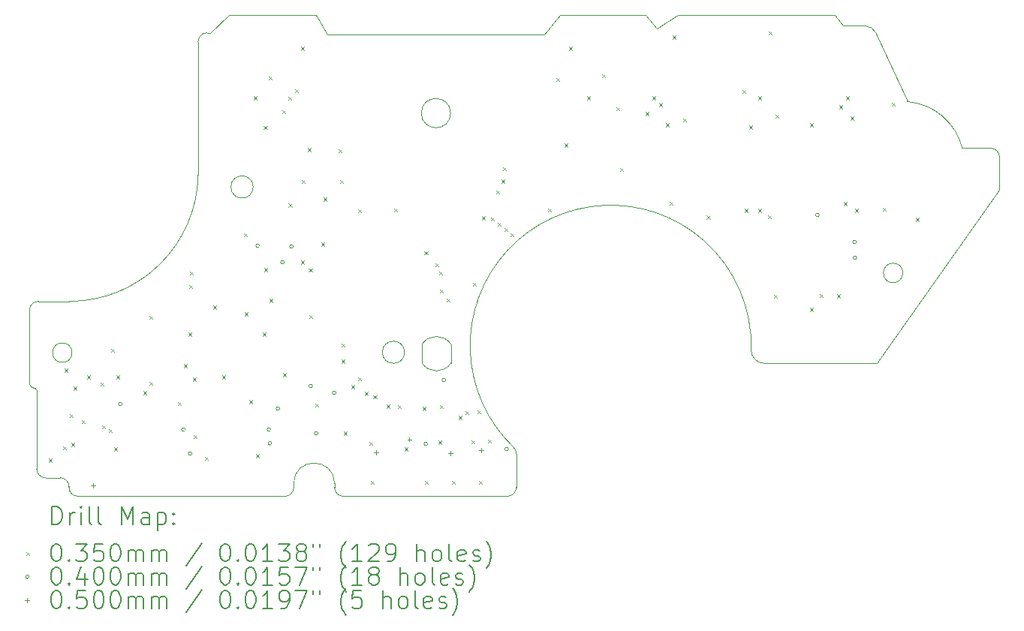
<source format=gbr>
%TF.GenerationSoftware,KiCad,Pcbnew,7.0.6*%
%TF.CreationDate,2023-12-22T13:42:31-08:00*%
%TF.ProjectId,procon_button_board,70726f63-6f6e-45f6-9275-74746f6e5f62,rev?*%
%TF.SameCoordinates,Original*%
%TF.FileFunction,Drillmap*%
%TF.FilePolarity,Positive*%
%FSLAX45Y45*%
G04 Gerber Fmt 4.5, Leading zero omitted, Abs format (unit mm)*
G04 Created by KiCad (PCBNEW 7.0.6) date 2023-12-22 13:42:31*
%MOMM*%
%LPD*%
G01*
G04 APERTURE LIST*
%ADD10C,0.100000*%
%ADD11C,0.200000*%
%ADD12C,0.035000*%
%ADD13C,0.040000*%
%ADD14C,0.050000*%
G04 APERTURE END LIST*
D10*
X12224800Y-13189600D02*
G75*
G03*
X12224800Y-13189600I-125000J0D01*
G01*
X14451800Y-12355600D02*
G75*
G03*
X14451800Y-12355600I-165000J0D01*
G01*
X15192802Y-16198106D02*
G75*
G03*
X15161922Y-16125842I-100003J-4D01*
G01*
X20642800Y-12851600D02*
G75*
G03*
X20542800Y-12751600I-100000J0D01*
G01*
X9882800Y-16469600D02*
X10047800Y-16469600D01*
X11604800Y-11549600D02*
X11604800Y-13049600D01*
X9702800Y-14579600D02*
X9702800Y-15415385D01*
X14457800Y-15174523D02*
X14457800Y-14966677D01*
X20222802Y-12751599D02*
G75*
G03*
X19604800Y-12226600I-672872J-165831D01*
G01*
X15192800Y-16579600D02*
X15192800Y-16198106D01*
X10147800Y-16569600D02*
G75*
G03*
X10047800Y-16469600I-100000J0D01*
G01*
X10182800Y-15058600D02*
G75*
G03*
X10182800Y-15058600I-110000J0D01*
G01*
X16654800Y-11249600D02*
X15689800Y-11249600D01*
X10147800Y-16579600D02*
G75*
G03*
X10247800Y-16679600I100000J0D01*
G01*
X17841810Y-15029600D02*
G75*
G03*
X17991813Y-15179600I150000J0D01*
G01*
X15092800Y-16679600D02*
G75*
G03*
X15192800Y-16579600I0J100000D01*
G01*
X9702805Y-15415385D02*
G75*
G03*
X9715514Y-15435957I22995J-5D01*
G01*
X15689800Y-11249600D02*
X15504800Y-11469600D01*
X9715514Y-15435957D02*
X9770086Y-15463243D01*
X12934800Y-11249600D02*
X11954800Y-11249600D01*
X11744800Y-11449600D02*
X11704800Y-11449600D01*
X10152800Y-14479600D02*
X9802800Y-14479600D01*
X13242800Y-16679600D02*
X15092800Y-16679600D01*
X14127800Y-15174523D02*
G75*
G03*
X14457800Y-15174523I165000J103923D01*
G01*
X12582800Y-16679600D02*
G75*
G03*
X12682800Y-16579600I0J100000D01*
G01*
X14127800Y-14966677D02*
X14127800Y-15174523D01*
X10247800Y-16679600D02*
X12582800Y-16679600D01*
X12682800Y-16579600D02*
X12682800Y-16534600D01*
X17841809Y-15029600D02*
G75*
G03*
X17310312Y-13795619I-1584269J49080D01*
G01*
X20542800Y-12751600D02*
X20222800Y-12751600D01*
X19552800Y-14159600D02*
G75*
G03*
X19552800Y-14159600I-110000J0D01*
G01*
X9802800Y-14479600D02*
G75*
G03*
X9702800Y-14579600I0J-100000D01*
G01*
X9782800Y-15483815D02*
X9782800Y-16369600D01*
X14457800Y-14966677D02*
G75*
G03*
X14127800Y-14966677I-165000J-103923D01*
G01*
X11954800Y-11249600D02*
X11744800Y-11449600D01*
X17310316Y-13795615D02*
G75*
G03*
X15161922Y-16125842I-1052806J-1184835D01*
G01*
X13142800Y-16534600D02*
G75*
G03*
X12682800Y-16534600I-230000J0D01*
G01*
X9782800Y-16369600D02*
G75*
G03*
X9882800Y-16469600I100000J0D01*
G01*
X9782795Y-15483815D02*
G75*
G03*
X9770086Y-15463243I-22995J5D01*
G01*
X17991813Y-15179600D02*
X19262800Y-15179600D01*
X19604800Y-12226600D02*
X19254787Y-11457470D01*
X19262800Y-15179600D02*
X20642800Y-13224600D01*
X15504800Y-11469600D02*
X13064800Y-11469600D01*
X20642800Y-13224600D02*
X20642800Y-12851600D01*
X19254788Y-11457470D02*
G75*
G03*
X19118260Y-11369600I-136528J-62130D01*
G01*
X10147800Y-16569600D02*
X10147800Y-16579600D01*
X13142800Y-16534600D02*
X13142800Y-16579600D01*
X19118260Y-11369600D02*
X18879800Y-11369600D01*
X18879800Y-11369600D02*
X18784800Y-11249600D01*
X13142800Y-16579600D02*
G75*
G03*
X13242800Y-16679600I100000J0D01*
G01*
X17019800Y-11249600D02*
X16779800Y-11399600D01*
X11704800Y-11449600D02*
G75*
G03*
X11604800Y-11549600I0J-100000D01*
G01*
X13932800Y-15054600D02*
G75*
G03*
X13932800Y-15054600I-125000J0D01*
G01*
X13064800Y-11469600D02*
X12934800Y-11249600D01*
X10152800Y-14479599D02*
G75*
G03*
X11604800Y-13049600I0J1452169D01*
G01*
X16779800Y-11399600D02*
X16654800Y-11249600D01*
X18784800Y-11249600D02*
X17019800Y-11249600D01*
D11*
D12*
X9920972Y-16256061D02*
X9955972Y-16291061D01*
X9955972Y-16256061D02*
X9920972Y-16291061D01*
X10077195Y-16119817D02*
X10112195Y-16154817D01*
X10112195Y-16119817D02*
X10077195Y-16154817D01*
X10098772Y-15240061D02*
X10133772Y-15275061D01*
X10133772Y-15240061D02*
X10098772Y-15275061D01*
X10157232Y-15751125D02*
X10192232Y-15786125D01*
X10192232Y-15751125D02*
X10157232Y-15786125D01*
X10174972Y-16078261D02*
X10209972Y-16113261D01*
X10209972Y-16078261D02*
X10174972Y-16113261D01*
X10200372Y-15443261D02*
X10235372Y-15478261D01*
X10235372Y-15443261D02*
X10200372Y-15478261D01*
X10290566Y-15817383D02*
X10325566Y-15852383D01*
X10325566Y-15817383D02*
X10290566Y-15852383D01*
X10352772Y-15316261D02*
X10387772Y-15351261D01*
X10387772Y-15316261D02*
X10352772Y-15351261D01*
X10502422Y-15397866D02*
X10537422Y-15432866D01*
X10537422Y-15397866D02*
X10502422Y-15432866D01*
X10518245Y-15880100D02*
X10553245Y-15915100D01*
X10553245Y-15880100D02*
X10518245Y-15915100D01*
X10598224Y-15920583D02*
X10633224Y-15955583D01*
X10633224Y-15920583D02*
X10598224Y-15955583D01*
X10625100Y-15019300D02*
X10660100Y-15054300D01*
X10660100Y-15019300D02*
X10625100Y-15054300D01*
X10657572Y-16129061D02*
X10692572Y-16164061D01*
X10692572Y-16129061D02*
X10657572Y-16164061D01*
X10682972Y-15316261D02*
X10717972Y-15351261D01*
X10717972Y-15316261D02*
X10682972Y-15351261D01*
X10987772Y-15494061D02*
X11022772Y-15529061D01*
X11022772Y-15494061D02*
X10987772Y-15529061D01*
X11053130Y-15389064D02*
X11088130Y-15424064D01*
X11088130Y-15389064D02*
X11053130Y-15424064D01*
X11055290Y-14642192D02*
X11090290Y-14677192D01*
X11090290Y-14642192D02*
X11055290Y-14677192D01*
X11374400Y-15616200D02*
X11409400Y-15651200D01*
X11409400Y-15616200D02*
X11374400Y-15651200D01*
X11444972Y-15189261D02*
X11479972Y-15224261D01*
X11479972Y-15189261D02*
X11444972Y-15224261D01*
X11495772Y-14833661D02*
X11530772Y-14868661D01*
X11530772Y-14833661D02*
X11495772Y-14868661D01*
X11501400Y-14295400D02*
X11536400Y-14330400D01*
X11536400Y-14295400D02*
X11501400Y-14330400D01*
X11514100Y-14143000D02*
X11549100Y-14178000D01*
X11549100Y-14143000D02*
X11514100Y-14178000D01*
X11546572Y-15341661D02*
X11581572Y-15376661D01*
X11581572Y-15341661D02*
X11546572Y-15376661D01*
X11556466Y-15992167D02*
X11591466Y-16027167D01*
X11591466Y-15992167D02*
X11556466Y-16027167D01*
X11677976Y-16238270D02*
X11712976Y-16273270D01*
X11712976Y-16238270D02*
X11677976Y-16273270D01*
X11775172Y-14528861D02*
X11810172Y-14563861D01*
X11810172Y-14528861D02*
X11775172Y-14563861D01*
X11876772Y-15316261D02*
X11911772Y-15351261D01*
X11911772Y-15316261D02*
X11876772Y-15351261D01*
X12120975Y-13710507D02*
X12155975Y-13745507D01*
X12155975Y-13710507D02*
X12120975Y-13745507D01*
X12130772Y-14605061D02*
X12165772Y-14640061D01*
X12165772Y-14605061D02*
X12130772Y-14640061D01*
X12181572Y-15595661D02*
X12216572Y-15630661D01*
X12216572Y-15595661D02*
X12181572Y-15630661D01*
X12232372Y-12166661D02*
X12267372Y-12201661D01*
X12267372Y-12166661D02*
X12232372Y-12201661D01*
X12257772Y-16205261D02*
X12292772Y-16240261D01*
X12292772Y-16205261D02*
X12257772Y-16240261D01*
X12333972Y-14833661D02*
X12368972Y-14868661D01*
X12368972Y-14833661D02*
X12333972Y-14868661D01*
X12345423Y-12497736D02*
X12380423Y-12532736D01*
X12380423Y-12497736D02*
X12345423Y-12532736D01*
X12346393Y-14105335D02*
X12381393Y-14140335D01*
X12381393Y-14105335D02*
X12346393Y-14140335D01*
X12397300Y-11946061D02*
X12432300Y-11981061D01*
X12432300Y-11946061D02*
X12397300Y-11981061D01*
X12410172Y-14452661D02*
X12445172Y-14487661D01*
X12445172Y-14452661D02*
X12410172Y-14487661D01*
X12555187Y-12322070D02*
X12590187Y-12357070D01*
X12590187Y-12322070D02*
X12555187Y-12357070D01*
X12562572Y-15290861D02*
X12597572Y-15325861D01*
X12597572Y-15290861D02*
X12562572Y-15325861D01*
X12622553Y-12174219D02*
X12657553Y-12209219D01*
X12657553Y-12174219D02*
X12622553Y-12209219D01*
X12625343Y-13378021D02*
X12660343Y-13413021D01*
X12660343Y-13378021D02*
X12625343Y-13413021D01*
X12696535Y-12087567D02*
X12731535Y-12122567D01*
X12731535Y-12087567D02*
X12696535Y-12122567D01*
X12765772Y-11607861D02*
X12800772Y-11642861D01*
X12800772Y-11607861D02*
X12765772Y-11642861D01*
X12765772Y-14020861D02*
X12800772Y-14055861D01*
X12800772Y-14020861D02*
X12765772Y-14055861D01*
X12773007Y-13109754D02*
X12808007Y-13144754D01*
X12808007Y-13109754D02*
X12773007Y-13144754D01*
X12841972Y-12750861D02*
X12876972Y-12785861D01*
X12876972Y-12750861D02*
X12841972Y-12785861D01*
X12853965Y-14109263D02*
X12888965Y-14144263D01*
X12888965Y-14109263D02*
X12853965Y-14144263D01*
X12856165Y-14634970D02*
X12891165Y-14669970D01*
X12891165Y-14634970D02*
X12856165Y-14669970D01*
X12925084Y-15635157D02*
X12960084Y-15670157D01*
X12960084Y-15635157D02*
X12925084Y-15670157D01*
X12994372Y-13817661D02*
X13029372Y-13852661D01*
X13029372Y-13817661D02*
X12994372Y-13852661D01*
X13019772Y-13309661D02*
X13054772Y-13344661D01*
X13054772Y-13309661D02*
X13019772Y-13344661D01*
X13185420Y-12763780D02*
X13220420Y-12798780D01*
X13220420Y-12763780D02*
X13185420Y-12798780D01*
X13205740Y-13109220D02*
X13240740Y-13144220D01*
X13240740Y-13109220D02*
X13205740Y-13144220D01*
X13222972Y-15138461D02*
X13257972Y-15173461D01*
X13257972Y-15138461D02*
X13222972Y-15173461D01*
X13224163Y-14957789D02*
X13259163Y-14992789D01*
X13259163Y-14957789D02*
X13224163Y-14992789D01*
X13248372Y-15951261D02*
X13283372Y-15986261D01*
X13283372Y-15951261D02*
X13248372Y-15986261D01*
X13329372Y-15426192D02*
X13364372Y-15461192D01*
X13364372Y-15426192D02*
X13329372Y-15461192D01*
X13406400Y-13444500D02*
X13441400Y-13479500D01*
X13441400Y-13444500D02*
X13406400Y-13479500D01*
X13410997Y-15338971D02*
X13445997Y-15373971D01*
X13445997Y-15338971D02*
X13410997Y-15373971D01*
X13485382Y-15502880D02*
X13520382Y-15537880D01*
X13520382Y-15502880D02*
X13485382Y-15537880D01*
X13532480Y-16068248D02*
X13567480Y-16103248D01*
X13567480Y-16068248D02*
X13532480Y-16103248D01*
X13553172Y-16503461D02*
X13588172Y-16538461D01*
X13588172Y-16503461D02*
X13553172Y-16538461D01*
X13582147Y-15544351D02*
X13617147Y-15579351D01*
X13617147Y-15544351D02*
X13582147Y-15579351D01*
X13730972Y-15646461D02*
X13765972Y-15681461D01*
X13765972Y-15646461D02*
X13730972Y-15681461D01*
X13812800Y-13431800D02*
X13847800Y-13466800D01*
X13847800Y-13431800D02*
X13812800Y-13466800D01*
X13859639Y-15649082D02*
X13894639Y-15684082D01*
X13894639Y-15649082D02*
X13859639Y-15684082D01*
X13934062Y-16129632D02*
X13969062Y-16164632D01*
X13969062Y-16129632D02*
X13934062Y-16164632D01*
X14137372Y-15671861D02*
X14172372Y-15706861D01*
X14172372Y-15671861D02*
X14137372Y-15706861D01*
X14157821Y-13917926D02*
X14192821Y-13952926D01*
X14192821Y-13917926D02*
X14157821Y-13952926D01*
X14162772Y-16503461D02*
X14197772Y-16538461D01*
X14197772Y-16503461D02*
X14162772Y-16538461D01*
X14283405Y-14054195D02*
X14318405Y-14089195D01*
X14318405Y-14054195D02*
X14283405Y-14089195D01*
X14315172Y-16052861D02*
X14350172Y-16087861D01*
X14350172Y-16052861D02*
X14315172Y-16087861D01*
X14325097Y-14141273D02*
X14360097Y-14176273D01*
X14360097Y-14141273D02*
X14325097Y-14176273D01*
X14331617Y-15652044D02*
X14366617Y-15687044D01*
X14366617Y-15652044D02*
X14331617Y-15687044D01*
X14333500Y-14346200D02*
X14368500Y-14381200D01*
X14368500Y-14346200D02*
X14333500Y-14381200D01*
X14409700Y-14447800D02*
X14444700Y-14482800D01*
X14444700Y-14447800D02*
X14409700Y-14482800D01*
X14467572Y-16503461D02*
X14502572Y-16538461D01*
X14502572Y-16503461D02*
X14467572Y-16538461D01*
X14543772Y-15773461D02*
X14578772Y-15808461D01*
X14578772Y-15773461D02*
X14543772Y-15808461D01*
X14619938Y-15719188D02*
X14654938Y-15754188D01*
X14654938Y-15719188D02*
X14619938Y-15754188D01*
X14689976Y-16052384D02*
X14724976Y-16087384D01*
X14724976Y-16052384D02*
X14689976Y-16087384D01*
X14701800Y-14270000D02*
X14736800Y-14305000D01*
X14736800Y-14270000D02*
X14701800Y-14305000D01*
X14756199Y-15711288D02*
X14791199Y-15746288D01*
X14791199Y-15711288D02*
X14756199Y-15746288D01*
X14772372Y-16503461D02*
X14807372Y-16538461D01*
X14807372Y-16503461D02*
X14772372Y-16538461D01*
X14805372Y-13521105D02*
X14840372Y-13556105D01*
X14840372Y-13521105D02*
X14805372Y-13556105D01*
X14874423Y-16043920D02*
X14909423Y-16078920D01*
X14909423Y-16043920D02*
X14874423Y-16078920D01*
X14908698Y-13530819D02*
X14943698Y-13565819D01*
X14943698Y-13530819D02*
X14908698Y-13565819D01*
X14968500Y-13228600D02*
X15003500Y-13263600D01*
X15003500Y-13228600D02*
X14968500Y-13263600D01*
X14985590Y-13595907D02*
X15020590Y-13630907D01*
X15020590Y-13595907D02*
X14985590Y-13630907D01*
X15026372Y-13106461D02*
X15061372Y-13141461D01*
X15061372Y-13106461D02*
X15026372Y-13141461D01*
X15039620Y-12966980D02*
X15074620Y-13001980D01*
X15074620Y-12966980D02*
X15039620Y-13001980D01*
X15058453Y-13653586D02*
X15093453Y-13688586D01*
X15093453Y-13653586D02*
X15058453Y-13688586D01*
X15125980Y-13713740D02*
X15160980Y-13748740D01*
X15160980Y-13713740D02*
X15125980Y-13748740D01*
X15551897Y-13431800D02*
X15586897Y-13466800D01*
X15586897Y-13431800D02*
X15551897Y-13466800D01*
X15641600Y-11958600D02*
X15676600Y-11993600D01*
X15676600Y-11958600D02*
X15641600Y-11993600D01*
X15737572Y-12700061D02*
X15772572Y-12735061D01*
X15772572Y-12700061D02*
X15737572Y-12735061D01*
X15788372Y-11607861D02*
X15823372Y-11642861D01*
X15823372Y-11607861D02*
X15788372Y-11642861D01*
X15991572Y-12166661D02*
X16026572Y-12201661D01*
X16026572Y-12166661D02*
X15991572Y-12201661D01*
X16159760Y-11917094D02*
X16194760Y-11952094D01*
X16194760Y-11917094D02*
X16159760Y-11952094D01*
X16321772Y-12288800D02*
X16356772Y-12323800D01*
X16356772Y-12288800D02*
X16321772Y-12323800D01*
X16365500Y-12974600D02*
X16400500Y-13009600D01*
X16400500Y-12974600D02*
X16365500Y-13009600D01*
X16651972Y-12344461D02*
X16686972Y-12379461D01*
X16686972Y-12344461D02*
X16651972Y-12379461D01*
X16728172Y-12166661D02*
X16763172Y-12201661D01*
X16763172Y-12166661D02*
X16728172Y-12201661D01*
X16804372Y-12242861D02*
X16839372Y-12277861D01*
X16839372Y-12242861D02*
X16804372Y-12277861D01*
X16880572Y-12471461D02*
X16915572Y-12506461D01*
X16915572Y-12471461D02*
X16880572Y-12506461D01*
X16924300Y-13355600D02*
X16959300Y-13390600D01*
X16959300Y-13355600D02*
X16924300Y-13390600D01*
X16956772Y-11480861D02*
X16991772Y-11515861D01*
X16991772Y-11480861D02*
X16956772Y-11515861D01*
X17074966Y-12419625D02*
X17109966Y-12454625D01*
X17109966Y-12419625D02*
X17074966Y-12454625D01*
X17340468Y-13512565D02*
X17375468Y-13547565D01*
X17375468Y-13512565D02*
X17340468Y-13547565D01*
X17745934Y-12093592D02*
X17780934Y-12128592D01*
X17780934Y-12093592D02*
X17745934Y-12128592D01*
X17769572Y-13436661D02*
X17804572Y-13471661D01*
X17804572Y-13436661D02*
X17769572Y-13471661D01*
X17820372Y-12496861D02*
X17855372Y-12531861D01*
X17855372Y-12496861D02*
X17820372Y-12531861D01*
X17921972Y-12166661D02*
X17956972Y-12201661D01*
X17956972Y-12166661D02*
X17921972Y-12201661D01*
X17921972Y-13436661D02*
X17956972Y-13471661D01*
X17956972Y-13436661D02*
X17921972Y-13471661D01*
X18029200Y-13508000D02*
X18064200Y-13543000D01*
X18064200Y-13508000D02*
X18029200Y-13543000D01*
X18041900Y-11437900D02*
X18076900Y-11472900D01*
X18076900Y-11437900D02*
X18041900Y-11472900D01*
X18102390Y-14407507D02*
X18137390Y-14442507D01*
X18137390Y-14407507D02*
X18102390Y-14442507D01*
X18115923Y-12371877D02*
X18150923Y-12406877D01*
X18150923Y-12371877D02*
X18115923Y-12406877D01*
X18506172Y-12471461D02*
X18541172Y-12506461D01*
X18541172Y-12471461D02*
X18506172Y-12506461D01*
X18506172Y-14554261D02*
X18541172Y-14589261D01*
X18541172Y-14554261D02*
X18506172Y-14589261D01*
X18613400Y-14397000D02*
X18648400Y-14432000D01*
X18648400Y-14397000D02*
X18613400Y-14432000D01*
X18810972Y-14401861D02*
X18845972Y-14436861D01*
X18845972Y-14401861D02*
X18810972Y-14436861D01*
X18836372Y-12268261D02*
X18871372Y-12303261D01*
X18871372Y-12268261D02*
X18836372Y-12303261D01*
X18887172Y-13360461D02*
X18922172Y-13395461D01*
X18922172Y-13360461D02*
X18887172Y-13395461D01*
X18912572Y-12166661D02*
X18947572Y-12201661D01*
X18947572Y-12166661D02*
X18912572Y-12201661D01*
X18963372Y-12395261D02*
X18998372Y-12430261D01*
X18998372Y-12395261D02*
X18963372Y-12430261D01*
X19014172Y-13436661D02*
X19049172Y-13471661D01*
X19049172Y-13436661D02*
X19014172Y-13471661D01*
X19325798Y-13421854D02*
X19360798Y-13456854D01*
X19360798Y-13421854D02*
X19325798Y-13456854D01*
X19426200Y-12238000D02*
X19461200Y-12273000D01*
X19461200Y-12238000D02*
X19426200Y-12273000D01*
X19699972Y-13538261D02*
X19734972Y-13573261D01*
X19734972Y-13538261D02*
X19699972Y-13573261D01*
D13*
X10745872Y-15638561D02*
G75*
G03*
X10745872Y-15638561I-20000J0D01*
G01*
X11457072Y-15925357D02*
G75*
G03*
X11457072Y-15925357I-20000J0D01*
G01*
X11533272Y-16197361D02*
G75*
G03*
X11533272Y-16197361I-20000J0D01*
G01*
X12295558Y-13850328D02*
G75*
G03*
X12295558Y-13850328I-20000J0D01*
G01*
X12422272Y-15925357D02*
G75*
G03*
X12422272Y-15925357I-20000J0D01*
G01*
X12432553Y-16081225D02*
G75*
G03*
X12432553Y-16081225I-20000J0D01*
G01*
X12523872Y-15689361D02*
G75*
G03*
X12523872Y-15689361I-20000J0D01*
G01*
X12574672Y-14038361D02*
G75*
G03*
X12574672Y-14038361I-20000J0D01*
G01*
X12676272Y-13860561D02*
G75*
G03*
X12676272Y-13860561I-20000J0D01*
G01*
X12892790Y-15435361D02*
G75*
G03*
X12892790Y-15435361I-20000J0D01*
G01*
X12955672Y-15968761D02*
G75*
G03*
X12955672Y-15968761I-20000J0D01*
G01*
X13158872Y-15511561D02*
G75*
G03*
X13158872Y-15511561I-20000J0D01*
G01*
X14191092Y-16088761D02*
G75*
G03*
X14191092Y-16088761I-20000J0D01*
G01*
X14396400Y-15367000D02*
G75*
G03*
X14396400Y-15367000I-20000J0D01*
G01*
X15104209Y-16146469D02*
G75*
G03*
X15104209Y-16146469I-20000J0D01*
G01*
X18609494Y-13505176D02*
G75*
G03*
X18609494Y-13505176I-20000J0D01*
G01*
X19026272Y-13809761D02*
G75*
G03*
X19026272Y-13809761I-20000J0D01*
G01*
X19032568Y-13988155D02*
G75*
G03*
X19032568Y-13988155I-20000J0D01*
G01*
D14*
X10422722Y-16530253D02*
X10422722Y-16580253D01*
X10397722Y-16555253D02*
X10447722Y-16555253D01*
X13614322Y-16158370D02*
X13614322Y-16208370D01*
X13589322Y-16183370D02*
X13639322Y-16183370D01*
X13988540Y-16011937D02*
X13988540Y-16061937D01*
X13963540Y-16036937D02*
X14013540Y-16036937D01*
X14450016Y-16169591D02*
X14450016Y-16219591D01*
X14425016Y-16194591D02*
X14475016Y-16194591D01*
X14798738Y-16134781D02*
X14798738Y-16184781D01*
X14773738Y-16159781D02*
X14823738Y-16159781D01*
D11*
X9958577Y-16996084D02*
X9958577Y-16796084D01*
X9958577Y-16796084D02*
X10006196Y-16796084D01*
X10006196Y-16796084D02*
X10034767Y-16805608D01*
X10034767Y-16805608D02*
X10053815Y-16824655D01*
X10053815Y-16824655D02*
X10063339Y-16843703D01*
X10063339Y-16843703D02*
X10072863Y-16881798D01*
X10072863Y-16881798D02*
X10072863Y-16910370D01*
X10072863Y-16910370D02*
X10063339Y-16948465D01*
X10063339Y-16948465D02*
X10053815Y-16967512D01*
X10053815Y-16967512D02*
X10034767Y-16986560D01*
X10034767Y-16986560D02*
X10006196Y-16996084D01*
X10006196Y-16996084D02*
X9958577Y-16996084D01*
X10158577Y-16996084D02*
X10158577Y-16862750D01*
X10158577Y-16900846D02*
X10168101Y-16881798D01*
X10168101Y-16881798D02*
X10177624Y-16872274D01*
X10177624Y-16872274D02*
X10196672Y-16862750D01*
X10196672Y-16862750D02*
X10215720Y-16862750D01*
X10282386Y-16996084D02*
X10282386Y-16862750D01*
X10282386Y-16796084D02*
X10272863Y-16805608D01*
X10272863Y-16805608D02*
X10282386Y-16815131D01*
X10282386Y-16815131D02*
X10291910Y-16805608D01*
X10291910Y-16805608D02*
X10282386Y-16796084D01*
X10282386Y-16796084D02*
X10282386Y-16815131D01*
X10406196Y-16996084D02*
X10387148Y-16986560D01*
X10387148Y-16986560D02*
X10377624Y-16967512D01*
X10377624Y-16967512D02*
X10377624Y-16796084D01*
X10510958Y-16996084D02*
X10491910Y-16986560D01*
X10491910Y-16986560D02*
X10482386Y-16967512D01*
X10482386Y-16967512D02*
X10482386Y-16796084D01*
X10739529Y-16996084D02*
X10739529Y-16796084D01*
X10739529Y-16796084D02*
X10806196Y-16938941D01*
X10806196Y-16938941D02*
X10872863Y-16796084D01*
X10872863Y-16796084D02*
X10872863Y-16996084D01*
X11053815Y-16996084D02*
X11053815Y-16891322D01*
X11053815Y-16891322D02*
X11044291Y-16872274D01*
X11044291Y-16872274D02*
X11025244Y-16862750D01*
X11025244Y-16862750D02*
X10987148Y-16862750D01*
X10987148Y-16862750D02*
X10968101Y-16872274D01*
X11053815Y-16986560D02*
X11034767Y-16996084D01*
X11034767Y-16996084D02*
X10987148Y-16996084D01*
X10987148Y-16996084D02*
X10968101Y-16986560D01*
X10968101Y-16986560D02*
X10958577Y-16967512D01*
X10958577Y-16967512D02*
X10958577Y-16948465D01*
X10958577Y-16948465D02*
X10968101Y-16929417D01*
X10968101Y-16929417D02*
X10987148Y-16919893D01*
X10987148Y-16919893D02*
X11034767Y-16919893D01*
X11034767Y-16919893D02*
X11053815Y-16910370D01*
X11149053Y-16862750D02*
X11149053Y-17062750D01*
X11149053Y-16872274D02*
X11168101Y-16862750D01*
X11168101Y-16862750D02*
X11206196Y-16862750D01*
X11206196Y-16862750D02*
X11225243Y-16872274D01*
X11225243Y-16872274D02*
X11234767Y-16881798D01*
X11234767Y-16881798D02*
X11244291Y-16900846D01*
X11244291Y-16900846D02*
X11244291Y-16957989D01*
X11244291Y-16957989D02*
X11234767Y-16977036D01*
X11234767Y-16977036D02*
X11225243Y-16986560D01*
X11225243Y-16986560D02*
X11206196Y-16996084D01*
X11206196Y-16996084D02*
X11168101Y-16996084D01*
X11168101Y-16996084D02*
X11149053Y-16986560D01*
X11330005Y-16977036D02*
X11339529Y-16986560D01*
X11339529Y-16986560D02*
X11330005Y-16996084D01*
X11330005Y-16996084D02*
X11320482Y-16986560D01*
X11320482Y-16986560D02*
X11330005Y-16977036D01*
X11330005Y-16977036D02*
X11330005Y-16996084D01*
X11330005Y-16872274D02*
X11339529Y-16881798D01*
X11339529Y-16881798D02*
X11330005Y-16891322D01*
X11330005Y-16891322D02*
X11320482Y-16881798D01*
X11320482Y-16881798D02*
X11330005Y-16872274D01*
X11330005Y-16872274D02*
X11330005Y-16891322D01*
D12*
X9662800Y-17307100D02*
X9697800Y-17342100D01*
X9697800Y-17307100D02*
X9662800Y-17342100D01*
D11*
X9996672Y-17216084D02*
X10015720Y-17216084D01*
X10015720Y-17216084D02*
X10034767Y-17225608D01*
X10034767Y-17225608D02*
X10044291Y-17235131D01*
X10044291Y-17235131D02*
X10053815Y-17254179D01*
X10053815Y-17254179D02*
X10063339Y-17292274D01*
X10063339Y-17292274D02*
X10063339Y-17339893D01*
X10063339Y-17339893D02*
X10053815Y-17377989D01*
X10053815Y-17377989D02*
X10044291Y-17397036D01*
X10044291Y-17397036D02*
X10034767Y-17406560D01*
X10034767Y-17406560D02*
X10015720Y-17416084D01*
X10015720Y-17416084D02*
X9996672Y-17416084D01*
X9996672Y-17416084D02*
X9977624Y-17406560D01*
X9977624Y-17406560D02*
X9968101Y-17397036D01*
X9968101Y-17397036D02*
X9958577Y-17377989D01*
X9958577Y-17377989D02*
X9949053Y-17339893D01*
X9949053Y-17339893D02*
X9949053Y-17292274D01*
X9949053Y-17292274D02*
X9958577Y-17254179D01*
X9958577Y-17254179D02*
X9968101Y-17235131D01*
X9968101Y-17235131D02*
X9977624Y-17225608D01*
X9977624Y-17225608D02*
X9996672Y-17216084D01*
X10149053Y-17397036D02*
X10158577Y-17406560D01*
X10158577Y-17406560D02*
X10149053Y-17416084D01*
X10149053Y-17416084D02*
X10139529Y-17406560D01*
X10139529Y-17406560D02*
X10149053Y-17397036D01*
X10149053Y-17397036D02*
X10149053Y-17416084D01*
X10225244Y-17216084D02*
X10349053Y-17216084D01*
X10349053Y-17216084D02*
X10282386Y-17292274D01*
X10282386Y-17292274D02*
X10310958Y-17292274D01*
X10310958Y-17292274D02*
X10330005Y-17301798D01*
X10330005Y-17301798D02*
X10339529Y-17311322D01*
X10339529Y-17311322D02*
X10349053Y-17330370D01*
X10349053Y-17330370D02*
X10349053Y-17377989D01*
X10349053Y-17377989D02*
X10339529Y-17397036D01*
X10339529Y-17397036D02*
X10330005Y-17406560D01*
X10330005Y-17406560D02*
X10310958Y-17416084D01*
X10310958Y-17416084D02*
X10253815Y-17416084D01*
X10253815Y-17416084D02*
X10234767Y-17406560D01*
X10234767Y-17406560D02*
X10225244Y-17397036D01*
X10530005Y-17216084D02*
X10434767Y-17216084D01*
X10434767Y-17216084D02*
X10425244Y-17311322D01*
X10425244Y-17311322D02*
X10434767Y-17301798D01*
X10434767Y-17301798D02*
X10453815Y-17292274D01*
X10453815Y-17292274D02*
X10501434Y-17292274D01*
X10501434Y-17292274D02*
X10520482Y-17301798D01*
X10520482Y-17301798D02*
X10530005Y-17311322D01*
X10530005Y-17311322D02*
X10539529Y-17330370D01*
X10539529Y-17330370D02*
X10539529Y-17377989D01*
X10539529Y-17377989D02*
X10530005Y-17397036D01*
X10530005Y-17397036D02*
X10520482Y-17406560D01*
X10520482Y-17406560D02*
X10501434Y-17416084D01*
X10501434Y-17416084D02*
X10453815Y-17416084D01*
X10453815Y-17416084D02*
X10434767Y-17406560D01*
X10434767Y-17406560D02*
X10425244Y-17397036D01*
X10663339Y-17216084D02*
X10682386Y-17216084D01*
X10682386Y-17216084D02*
X10701434Y-17225608D01*
X10701434Y-17225608D02*
X10710958Y-17235131D01*
X10710958Y-17235131D02*
X10720482Y-17254179D01*
X10720482Y-17254179D02*
X10730005Y-17292274D01*
X10730005Y-17292274D02*
X10730005Y-17339893D01*
X10730005Y-17339893D02*
X10720482Y-17377989D01*
X10720482Y-17377989D02*
X10710958Y-17397036D01*
X10710958Y-17397036D02*
X10701434Y-17406560D01*
X10701434Y-17406560D02*
X10682386Y-17416084D01*
X10682386Y-17416084D02*
X10663339Y-17416084D01*
X10663339Y-17416084D02*
X10644291Y-17406560D01*
X10644291Y-17406560D02*
X10634767Y-17397036D01*
X10634767Y-17397036D02*
X10625244Y-17377989D01*
X10625244Y-17377989D02*
X10615720Y-17339893D01*
X10615720Y-17339893D02*
X10615720Y-17292274D01*
X10615720Y-17292274D02*
X10625244Y-17254179D01*
X10625244Y-17254179D02*
X10634767Y-17235131D01*
X10634767Y-17235131D02*
X10644291Y-17225608D01*
X10644291Y-17225608D02*
X10663339Y-17216084D01*
X10815720Y-17416084D02*
X10815720Y-17282750D01*
X10815720Y-17301798D02*
X10825244Y-17292274D01*
X10825244Y-17292274D02*
X10844291Y-17282750D01*
X10844291Y-17282750D02*
X10872863Y-17282750D01*
X10872863Y-17282750D02*
X10891910Y-17292274D01*
X10891910Y-17292274D02*
X10901434Y-17311322D01*
X10901434Y-17311322D02*
X10901434Y-17416084D01*
X10901434Y-17311322D02*
X10910958Y-17292274D01*
X10910958Y-17292274D02*
X10930005Y-17282750D01*
X10930005Y-17282750D02*
X10958577Y-17282750D01*
X10958577Y-17282750D02*
X10977625Y-17292274D01*
X10977625Y-17292274D02*
X10987148Y-17311322D01*
X10987148Y-17311322D02*
X10987148Y-17416084D01*
X11082386Y-17416084D02*
X11082386Y-17282750D01*
X11082386Y-17301798D02*
X11091910Y-17292274D01*
X11091910Y-17292274D02*
X11110958Y-17282750D01*
X11110958Y-17282750D02*
X11139529Y-17282750D01*
X11139529Y-17282750D02*
X11158577Y-17292274D01*
X11158577Y-17292274D02*
X11168101Y-17311322D01*
X11168101Y-17311322D02*
X11168101Y-17416084D01*
X11168101Y-17311322D02*
X11177625Y-17292274D01*
X11177625Y-17292274D02*
X11196672Y-17282750D01*
X11196672Y-17282750D02*
X11225243Y-17282750D01*
X11225243Y-17282750D02*
X11244291Y-17292274D01*
X11244291Y-17292274D02*
X11253815Y-17311322D01*
X11253815Y-17311322D02*
X11253815Y-17416084D01*
X11644291Y-17206560D02*
X11472863Y-17463703D01*
X11901434Y-17216084D02*
X11920482Y-17216084D01*
X11920482Y-17216084D02*
X11939529Y-17225608D01*
X11939529Y-17225608D02*
X11949053Y-17235131D01*
X11949053Y-17235131D02*
X11958577Y-17254179D01*
X11958577Y-17254179D02*
X11968101Y-17292274D01*
X11968101Y-17292274D02*
X11968101Y-17339893D01*
X11968101Y-17339893D02*
X11958577Y-17377989D01*
X11958577Y-17377989D02*
X11949053Y-17397036D01*
X11949053Y-17397036D02*
X11939529Y-17406560D01*
X11939529Y-17406560D02*
X11920482Y-17416084D01*
X11920482Y-17416084D02*
X11901434Y-17416084D01*
X11901434Y-17416084D02*
X11882386Y-17406560D01*
X11882386Y-17406560D02*
X11872863Y-17397036D01*
X11872863Y-17397036D02*
X11863339Y-17377989D01*
X11863339Y-17377989D02*
X11853815Y-17339893D01*
X11853815Y-17339893D02*
X11853815Y-17292274D01*
X11853815Y-17292274D02*
X11863339Y-17254179D01*
X11863339Y-17254179D02*
X11872863Y-17235131D01*
X11872863Y-17235131D02*
X11882386Y-17225608D01*
X11882386Y-17225608D02*
X11901434Y-17216084D01*
X12053815Y-17397036D02*
X12063339Y-17406560D01*
X12063339Y-17406560D02*
X12053815Y-17416084D01*
X12053815Y-17416084D02*
X12044291Y-17406560D01*
X12044291Y-17406560D02*
X12053815Y-17397036D01*
X12053815Y-17397036D02*
X12053815Y-17416084D01*
X12187148Y-17216084D02*
X12206196Y-17216084D01*
X12206196Y-17216084D02*
X12225244Y-17225608D01*
X12225244Y-17225608D02*
X12234767Y-17235131D01*
X12234767Y-17235131D02*
X12244291Y-17254179D01*
X12244291Y-17254179D02*
X12253815Y-17292274D01*
X12253815Y-17292274D02*
X12253815Y-17339893D01*
X12253815Y-17339893D02*
X12244291Y-17377989D01*
X12244291Y-17377989D02*
X12234767Y-17397036D01*
X12234767Y-17397036D02*
X12225244Y-17406560D01*
X12225244Y-17406560D02*
X12206196Y-17416084D01*
X12206196Y-17416084D02*
X12187148Y-17416084D01*
X12187148Y-17416084D02*
X12168101Y-17406560D01*
X12168101Y-17406560D02*
X12158577Y-17397036D01*
X12158577Y-17397036D02*
X12149053Y-17377989D01*
X12149053Y-17377989D02*
X12139529Y-17339893D01*
X12139529Y-17339893D02*
X12139529Y-17292274D01*
X12139529Y-17292274D02*
X12149053Y-17254179D01*
X12149053Y-17254179D02*
X12158577Y-17235131D01*
X12158577Y-17235131D02*
X12168101Y-17225608D01*
X12168101Y-17225608D02*
X12187148Y-17216084D01*
X12444291Y-17416084D02*
X12330006Y-17416084D01*
X12387148Y-17416084D02*
X12387148Y-17216084D01*
X12387148Y-17216084D02*
X12368101Y-17244655D01*
X12368101Y-17244655D02*
X12349053Y-17263703D01*
X12349053Y-17263703D02*
X12330006Y-17273227D01*
X12510958Y-17216084D02*
X12634767Y-17216084D01*
X12634767Y-17216084D02*
X12568101Y-17292274D01*
X12568101Y-17292274D02*
X12596672Y-17292274D01*
X12596672Y-17292274D02*
X12615720Y-17301798D01*
X12615720Y-17301798D02*
X12625244Y-17311322D01*
X12625244Y-17311322D02*
X12634767Y-17330370D01*
X12634767Y-17330370D02*
X12634767Y-17377989D01*
X12634767Y-17377989D02*
X12625244Y-17397036D01*
X12625244Y-17397036D02*
X12615720Y-17406560D01*
X12615720Y-17406560D02*
X12596672Y-17416084D01*
X12596672Y-17416084D02*
X12539529Y-17416084D01*
X12539529Y-17416084D02*
X12520482Y-17406560D01*
X12520482Y-17406560D02*
X12510958Y-17397036D01*
X12749053Y-17301798D02*
X12730006Y-17292274D01*
X12730006Y-17292274D02*
X12720482Y-17282750D01*
X12720482Y-17282750D02*
X12710958Y-17263703D01*
X12710958Y-17263703D02*
X12710958Y-17254179D01*
X12710958Y-17254179D02*
X12720482Y-17235131D01*
X12720482Y-17235131D02*
X12730006Y-17225608D01*
X12730006Y-17225608D02*
X12749053Y-17216084D01*
X12749053Y-17216084D02*
X12787148Y-17216084D01*
X12787148Y-17216084D02*
X12806196Y-17225608D01*
X12806196Y-17225608D02*
X12815720Y-17235131D01*
X12815720Y-17235131D02*
X12825244Y-17254179D01*
X12825244Y-17254179D02*
X12825244Y-17263703D01*
X12825244Y-17263703D02*
X12815720Y-17282750D01*
X12815720Y-17282750D02*
X12806196Y-17292274D01*
X12806196Y-17292274D02*
X12787148Y-17301798D01*
X12787148Y-17301798D02*
X12749053Y-17301798D01*
X12749053Y-17301798D02*
X12730006Y-17311322D01*
X12730006Y-17311322D02*
X12720482Y-17320846D01*
X12720482Y-17320846D02*
X12710958Y-17339893D01*
X12710958Y-17339893D02*
X12710958Y-17377989D01*
X12710958Y-17377989D02*
X12720482Y-17397036D01*
X12720482Y-17397036D02*
X12730006Y-17406560D01*
X12730006Y-17406560D02*
X12749053Y-17416084D01*
X12749053Y-17416084D02*
X12787148Y-17416084D01*
X12787148Y-17416084D02*
X12806196Y-17406560D01*
X12806196Y-17406560D02*
X12815720Y-17397036D01*
X12815720Y-17397036D02*
X12825244Y-17377989D01*
X12825244Y-17377989D02*
X12825244Y-17339893D01*
X12825244Y-17339893D02*
X12815720Y-17320846D01*
X12815720Y-17320846D02*
X12806196Y-17311322D01*
X12806196Y-17311322D02*
X12787148Y-17301798D01*
X12901434Y-17216084D02*
X12901434Y-17254179D01*
X12977625Y-17216084D02*
X12977625Y-17254179D01*
X13272863Y-17492274D02*
X13263339Y-17482750D01*
X13263339Y-17482750D02*
X13244291Y-17454179D01*
X13244291Y-17454179D02*
X13234768Y-17435131D01*
X13234768Y-17435131D02*
X13225244Y-17406560D01*
X13225244Y-17406560D02*
X13215720Y-17358941D01*
X13215720Y-17358941D02*
X13215720Y-17320846D01*
X13215720Y-17320846D02*
X13225244Y-17273227D01*
X13225244Y-17273227D02*
X13234768Y-17244655D01*
X13234768Y-17244655D02*
X13244291Y-17225608D01*
X13244291Y-17225608D02*
X13263339Y-17197036D01*
X13263339Y-17197036D02*
X13272863Y-17187512D01*
X13453815Y-17416084D02*
X13339529Y-17416084D01*
X13396672Y-17416084D02*
X13396672Y-17216084D01*
X13396672Y-17216084D02*
X13377625Y-17244655D01*
X13377625Y-17244655D02*
X13358577Y-17263703D01*
X13358577Y-17263703D02*
X13339529Y-17273227D01*
X13530006Y-17235131D02*
X13539529Y-17225608D01*
X13539529Y-17225608D02*
X13558577Y-17216084D01*
X13558577Y-17216084D02*
X13606196Y-17216084D01*
X13606196Y-17216084D02*
X13625244Y-17225608D01*
X13625244Y-17225608D02*
X13634768Y-17235131D01*
X13634768Y-17235131D02*
X13644291Y-17254179D01*
X13644291Y-17254179D02*
X13644291Y-17273227D01*
X13644291Y-17273227D02*
X13634768Y-17301798D01*
X13634768Y-17301798D02*
X13520482Y-17416084D01*
X13520482Y-17416084D02*
X13644291Y-17416084D01*
X13739529Y-17416084D02*
X13777625Y-17416084D01*
X13777625Y-17416084D02*
X13796672Y-17406560D01*
X13796672Y-17406560D02*
X13806196Y-17397036D01*
X13806196Y-17397036D02*
X13825244Y-17368465D01*
X13825244Y-17368465D02*
X13834768Y-17330370D01*
X13834768Y-17330370D02*
X13834768Y-17254179D01*
X13834768Y-17254179D02*
X13825244Y-17235131D01*
X13825244Y-17235131D02*
X13815720Y-17225608D01*
X13815720Y-17225608D02*
X13796672Y-17216084D01*
X13796672Y-17216084D02*
X13758577Y-17216084D01*
X13758577Y-17216084D02*
X13739529Y-17225608D01*
X13739529Y-17225608D02*
X13730006Y-17235131D01*
X13730006Y-17235131D02*
X13720482Y-17254179D01*
X13720482Y-17254179D02*
X13720482Y-17301798D01*
X13720482Y-17301798D02*
X13730006Y-17320846D01*
X13730006Y-17320846D02*
X13739529Y-17330370D01*
X13739529Y-17330370D02*
X13758577Y-17339893D01*
X13758577Y-17339893D02*
X13796672Y-17339893D01*
X13796672Y-17339893D02*
X13815720Y-17330370D01*
X13815720Y-17330370D02*
X13825244Y-17320846D01*
X13825244Y-17320846D02*
X13834768Y-17301798D01*
X14072863Y-17416084D02*
X14072863Y-17216084D01*
X14158577Y-17416084D02*
X14158577Y-17311322D01*
X14158577Y-17311322D02*
X14149053Y-17292274D01*
X14149053Y-17292274D02*
X14130006Y-17282750D01*
X14130006Y-17282750D02*
X14101434Y-17282750D01*
X14101434Y-17282750D02*
X14082387Y-17292274D01*
X14082387Y-17292274D02*
X14072863Y-17301798D01*
X14282387Y-17416084D02*
X14263339Y-17406560D01*
X14263339Y-17406560D02*
X14253815Y-17397036D01*
X14253815Y-17397036D02*
X14244291Y-17377989D01*
X14244291Y-17377989D02*
X14244291Y-17320846D01*
X14244291Y-17320846D02*
X14253815Y-17301798D01*
X14253815Y-17301798D02*
X14263339Y-17292274D01*
X14263339Y-17292274D02*
X14282387Y-17282750D01*
X14282387Y-17282750D02*
X14310958Y-17282750D01*
X14310958Y-17282750D02*
X14330006Y-17292274D01*
X14330006Y-17292274D02*
X14339530Y-17301798D01*
X14339530Y-17301798D02*
X14349053Y-17320846D01*
X14349053Y-17320846D02*
X14349053Y-17377989D01*
X14349053Y-17377989D02*
X14339530Y-17397036D01*
X14339530Y-17397036D02*
X14330006Y-17406560D01*
X14330006Y-17406560D02*
X14310958Y-17416084D01*
X14310958Y-17416084D02*
X14282387Y-17416084D01*
X14463339Y-17416084D02*
X14444291Y-17406560D01*
X14444291Y-17406560D02*
X14434768Y-17387512D01*
X14434768Y-17387512D02*
X14434768Y-17216084D01*
X14615720Y-17406560D02*
X14596672Y-17416084D01*
X14596672Y-17416084D02*
X14558577Y-17416084D01*
X14558577Y-17416084D02*
X14539530Y-17406560D01*
X14539530Y-17406560D02*
X14530006Y-17387512D01*
X14530006Y-17387512D02*
X14530006Y-17311322D01*
X14530006Y-17311322D02*
X14539530Y-17292274D01*
X14539530Y-17292274D02*
X14558577Y-17282750D01*
X14558577Y-17282750D02*
X14596672Y-17282750D01*
X14596672Y-17282750D02*
X14615720Y-17292274D01*
X14615720Y-17292274D02*
X14625244Y-17311322D01*
X14625244Y-17311322D02*
X14625244Y-17330370D01*
X14625244Y-17330370D02*
X14530006Y-17349417D01*
X14701434Y-17406560D02*
X14720482Y-17416084D01*
X14720482Y-17416084D02*
X14758577Y-17416084D01*
X14758577Y-17416084D02*
X14777625Y-17406560D01*
X14777625Y-17406560D02*
X14787149Y-17387512D01*
X14787149Y-17387512D02*
X14787149Y-17377989D01*
X14787149Y-17377989D02*
X14777625Y-17358941D01*
X14777625Y-17358941D02*
X14758577Y-17349417D01*
X14758577Y-17349417D02*
X14730006Y-17349417D01*
X14730006Y-17349417D02*
X14710958Y-17339893D01*
X14710958Y-17339893D02*
X14701434Y-17320846D01*
X14701434Y-17320846D02*
X14701434Y-17311322D01*
X14701434Y-17311322D02*
X14710958Y-17292274D01*
X14710958Y-17292274D02*
X14730006Y-17282750D01*
X14730006Y-17282750D02*
X14758577Y-17282750D01*
X14758577Y-17282750D02*
X14777625Y-17292274D01*
X14853815Y-17492274D02*
X14863339Y-17482750D01*
X14863339Y-17482750D02*
X14882387Y-17454179D01*
X14882387Y-17454179D02*
X14891911Y-17435131D01*
X14891911Y-17435131D02*
X14901434Y-17406560D01*
X14901434Y-17406560D02*
X14910958Y-17358941D01*
X14910958Y-17358941D02*
X14910958Y-17320846D01*
X14910958Y-17320846D02*
X14901434Y-17273227D01*
X14901434Y-17273227D02*
X14891911Y-17244655D01*
X14891911Y-17244655D02*
X14882387Y-17225608D01*
X14882387Y-17225608D02*
X14863339Y-17197036D01*
X14863339Y-17197036D02*
X14853815Y-17187512D01*
D13*
X9697800Y-17588600D02*
G75*
G03*
X9697800Y-17588600I-20000J0D01*
G01*
D11*
X9996672Y-17480084D02*
X10015720Y-17480084D01*
X10015720Y-17480084D02*
X10034767Y-17489608D01*
X10034767Y-17489608D02*
X10044291Y-17499131D01*
X10044291Y-17499131D02*
X10053815Y-17518179D01*
X10053815Y-17518179D02*
X10063339Y-17556274D01*
X10063339Y-17556274D02*
X10063339Y-17603893D01*
X10063339Y-17603893D02*
X10053815Y-17641989D01*
X10053815Y-17641989D02*
X10044291Y-17661036D01*
X10044291Y-17661036D02*
X10034767Y-17670560D01*
X10034767Y-17670560D02*
X10015720Y-17680084D01*
X10015720Y-17680084D02*
X9996672Y-17680084D01*
X9996672Y-17680084D02*
X9977624Y-17670560D01*
X9977624Y-17670560D02*
X9968101Y-17661036D01*
X9968101Y-17661036D02*
X9958577Y-17641989D01*
X9958577Y-17641989D02*
X9949053Y-17603893D01*
X9949053Y-17603893D02*
X9949053Y-17556274D01*
X9949053Y-17556274D02*
X9958577Y-17518179D01*
X9958577Y-17518179D02*
X9968101Y-17499131D01*
X9968101Y-17499131D02*
X9977624Y-17489608D01*
X9977624Y-17489608D02*
X9996672Y-17480084D01*
X10149053Y-17661036D02*
X10158577Y-17670560D01*
X10158577Y-17670560D02*
X10149053Y-17680084D01*
X10149053Y-17680084D02*
X10139529Y-17670560D01*
X10139529Y-17670560D02*
X10149053Y-17661036D01*
X10149053Y-17661036D02*
X10149053Y-17680084D01*
X10330005Y-17546750D02*
X10330005Y-17680084D01*
X10282386Y-17470560D02*
X10234767Y-17613417D01*
X10234767Y-17613417D02*
X10358577Y-17613417D01*
X10472863Y-17480084D02*
X10491910Y-17480084D01*
X10491910Y-17480084D02*
X10510958Y-17489608D01*
X10510958Y-17489608D02*
X10520482Y-17499131D01*
X10520482Y-17499131D02*
X10530005Y-17518179D01*
X10530005Y-17518179D02*
X10539529Y-17556274D01*
X10539529Y-17556274D02*
X10539529Y-17603893D01*
X10539529Y-17603893D02*
X10530005Y-17641989D01*
X10530005Y-17641989D02*
X10520482Y-17661036D01*
X10520482Y-17661036D02*
X10510958Y-17670560D01*
X10510958Y-17670560D02*
X10491910Y-17680084D01*
X10491910Y-17680084D02*
X10472863Y-17680084D01*
X10472863Y-17680084D02*
X10453815Y-17670560D01*
X10453815Y-17670560D02*
X10444291Y-17661036D01*
X10444291Y-17661036D02*
X10434767Y-17641989D01*
X10434767Y-17641989D02*
X10425244Y-17603893D01*
X10425244Y-17603893D02*
X10425244Y-17556274D01*
X10425244Y-17556274D02*
X10434767Y-17518179D01*
X10434767Y-17518179D02*
X10444291Y-17499131D01*
X10444291Y-17499131D02*
X10453815Y-17489608D01*
X10453815Y-17489608D02*
X10472863Y-17480084D01*
X10663339Y-17480084D02*
X10682386Y-17480084D01*
X10682386Y-17480084D02*
X10701434Y-17489608D01*
X10701434Y-17489608D02*
X10710958Y-17499131D01*
X10710958Y-17499131D02*
X10720482Y-17518179D01*
X10720482Y-17518179D02*
X10730005Y-17556274D01*
X10730005Y-17556274D02*
X10730005Y-17603893D01*
X10730005Y-17603893D02*
X10720482Y-17641989D01*
X10720482Y-17641989D02*
X10710958Y-17661036D01*
X10710958Y-17661036D02*
X10701434Y-17670560D01*
X10701434Y-17670560D02*
X10682386Y-17680084D01*
X10682386Y-17680084D02*
X10663339Y-17680084D01*
X10663339Y-17680084D02*
X10644291Y-17670560D01*
X10644291Y-17670560D02*
X10634767Y-17661036D01*
X10634767Y-17661036D02*
X10625244Y-17641989D01*
X10625244Y-17641989D02*
X10615720Y-17603893D01*
X10615720Y-17603893D02*
X10615720Y-17556274D01*
X10615720Y-17556274D02*
X10625244Y-17518179D01*
X10625244Y-17518179D02*
X10634767Y-17499131D01*
X10634767Y-17499131D02*
X10644291Y-17489608D01*
X10644291Y-17489608D02*
X10663339Y-17480084D01*
X10815720Y-17680084D02*
X10815720Y-17546750D01*
X10815720Y-17565798D02*
X10825244Y-17556274D01*
X10825244Y-17556274D02*
X10844291Y-17546750D01*
X10844291Y-17546750D02*
X10872863Y-17546750D01*
X10872863Y-17546750D02*
X10891910Y-17556274D01*
X10891910Y-17556274D02*
X10901434Y-17575322D01*
X10901434Y-17575322D02*
X10901434Y-17680084D01*
X10901434Y-17575322D02*
X10910958Y-17556274D01*
X10910958Y-17556274D02*
X10930005Y-17546750D01*
X10930005Y-17546750D02*
X10958577Y-17546750D01*
X10958577Y-17546750D02*
X10977625Y-17556274D01*
X10977625Y-17556274D02*
X10987148Y-17575322D01*
X10987148Y-17575322D02*
X10987148Y-17680084D01*
X11082386Y-17680084D02*
X11082386Y-17546750D01*
X11082386Y-17565798D02*
X11091910Y-17556274D01*
X11091910Y-17556274D02*
X11110958Y-17546750D01*
X11110958Y-17546750D02*
X11139529Y-17546750D01*
X11139529Y-17546750D02*
X11158577Y-17556274D01*
X11158577Y-17556274D02*
X11168101Y-17575322D01*
X11168101Y-17575322D02*
X11168101Y-17680084D01*
X11168101Y-17575322D02*
X11177625Y-17556274D01*
X11177625Y-17556274D02*
X11196672Y-17546750D01*
X11196672Y-17546750D02*
X11225243Y-17546750D01*
X11225243Y-17546750D02*
X11244291Y-17556274D01*
X11244291Y-17556274D02*
X11253815Y-17575322D01*
X11253815Y-17575322D02*
X11253815Y-17680084D01*
X11644291Y-17470560D02*
X11472863Y-17727703D01*
X11901434Y-17480084D02*
X11920482Y-17480084D01*
X11920482Y-17480084D02*
X11939529Y-17489608D01*
X11939529Y-17489608D02*
X11949053Y-17499131D01*
X11949053Y-17499131D02*
X11958577Y-17518179D01*
X11958577Y-17518179D02*
X11968101Y-17556274D01*
X11968101Y-17556274D02*
X11968101Y-17603893D01*
X11968101Y-17603893D02*
X11958577Y-17641989D01*
X11958577Y-17641989D02*
X11949053Y-17661036D01*
X11949053Y-17661036D02*
X11939529Y-17670560D01*
X11939529Y-17670560D02*
X11920482Y-17680084D01*
X11920482Y-17680084D02*
X11901434Y-17680084D01*
X11901434Y-17680084D02*
X11882386Y-17670560D01*
X11882386Y-17670560D02*
X11872863Y-17661036D01*
X11872863Y-17661036D02*
X11863339Y-17641989D01*
X11863339Y-17641989D02*
X11853815Y-17603893D01*
X11853815Y-17603893D02*
X11853815Y-17556274D01*
X11853815Y-17556274D02*
X11863339Y-17518179D01*
X11863339Y-17518179D02*
X11872863Y-17499131D01*
X11872863Y-17499131D02*
X11882386Y-17489608D01*
X11882386Y-17489608D02*
X11901434Y-17480084D01*
X12053815Y-17661036D02*
X12063339Y-17670560D01*
X12063339Y-17670560D02*
X12053815Y-17680084D01*
X12053815Y-17680084D02*
X12044291Y-17670560D01*
X12044291Y-17670560D02*
X12053815Y-17661036D01*
X12053815Y-17661036D02*
X12053815Y-17680084D01*
X12187148Y-17480084D02*
X12206196Y-17480084D01*
X12206196Y-17480084D02*
X12225244Y-17489608D01*
X12225244Y-17489608D02*
X12234767Y-17499131D01*
X12234767Y-17499131D02*
X12244291Y-17518179D01*
X12244291Y-17518179D02*
X12253815Y-17556274D01*
X12253815Y-17556274D02*
X12253815Y-17603893D01*
X12253815Y-17603893D02*
X12244291Y-17641989D01*
X12244291Y-17641989D02*
X12234767Y-17661036D01*
X12234767Y-17661036D02*
X12225244Y-17670560D01*
X12225244Y-17670560D02*
X12206196Y-17680084D01*
X12206196Y-17680084D02*
X12187148Y-17680084D01*
X12187148Y-17680084D02*
X12168101Y-17670560D01*
X12168101Y-17670560D02*
X12158577Y-17661036D01*
X12158577Y-17661036D02*
X12149053Y-17641989D01*
X12149053Y-17641989D02*
X12139529Y-17603893D01*
X12139529Y-17603893D02*
X12139529Y-17556274D01*
X12139529Y-17556274D02*
X12149053Y-17518179D01*
X12149053Y-17518179D02*
X12158577Y-17499131D01*
X12158577Y-17499131D02*
X12168101Y-17489608D01*
X12168101Y-17489608D02*
X12187148Y-17480084D01*
X12444291Y-17680084D02*
X12330006Y-17680084D01*
X12387148Y-17680084D02*
X12387148Y-17480084D01*
X12387148Y-17480084D02*
X12368101Y-17508655D01*
X12368101Y-17508655D02*
X12349053Y-17527703D01*
X12349053Y-17527703D02*
X12330006Y-17537227D01*
X12625244Y-17480084D02*
X12530006Y-17480084D01*
X12530006Y-17480084D02*
X12520482Y-17575322D01*
X12520482Y-17575322D02*
X12530006Y-17565798D01*
X12530006Y-17565798D02*
X12549053Y-17556274D01*
X12549053Y-17556274D02*
X12596672Y-17556274D01*
X12596672Y-17556274D02*
X12615720Y-17565798D01*
X12615720Y-17565798D02*
X12625244Y-17575322D01*
X12625244Y-17575322D02*
X12634767Y-17594370D01*
X12634767Y-17594370D02*
X12634767Y-17641989D01*
X12634767Y-17641989D02*
X12625244Y-17661036D01*
X12625244Y-17661036D02*
X12615720Y-17670560D01*
X12615720Y-17670560D02*
X12596672Y-17680084D01*
X12596672Y-17680084D02*
X12549053Y-17680084D01*
X12549053Y-17680084D02*
X12530006Y-17670560D01*
X12530006Y-17670560D02*
X12520482Y-17661036D01*
X12701434Y-17480084D02*
X12834767Y-17480084D01*
X12834767Y-17480084D02*
X12749053Y-17680084D01*
X12901434Y-17480084D02*
X12901434Y-17518179D01*
X12977625Y-17480084D02*
X12977625Y-17518179D01*
X13272863Y-17756274D02*
X13263339Y-17746750D01*
X13263339Y-17746750D02*
X13244291Y-17718179D01*
X13244291Y-17718179D02*
X13234768Y-17699131D01*
X13234768Y-17699131D02*
X13225244Y-17670560D01*
X13225244Y-17670560D02*
X13215720Y-17622941D01*
X13215720Y-17622941D02*
X13215720Y-17584846D01*
X13215720Y-17584846D02*
X13225244Y-17537227D01*
X13225244Y-17537227D02*
X13234768Y-17508655D01*
X13234768Y-17508655D02*
X13244291Y-17489608D01*
X13244291Y-17489608D02*
X13263339Y-17461036D01*
X13263339Y-17461036D02*
X13272863Y-17451512D01*
X13453815Y-17680084D02*
X13339529Y-17680084D01*
X13396672Y-17680084D02*
X13396672Y-17480084D01*
X13396672Y-17480084D02*
X13377625Y-17508655D01*
X13377625Y-17508655D02*
X13358577Y-17527703D01*
X13358577Y-17527703D02*
X13339529Y-17537227D01*
X13568101Y-17565798D02*
X13549053Y-17556274D01*
X13549053Y-17556274D02*
X13539529Y-17546750D01*
X13539529Y-17546750D02*
X13530006Y-17527703D01*
X13530006Y-17527703D02*
X13530006Y-17518179D01*
X13530006Y-17518179D02*
X13539529Y-17499131D01*
X13539529Y-17499131D02*
X13549053Y-17489608D01*
X13549053Y-17489608D02*
X13568101Y-17480084D01*
X13568101Y-17480084D02*
X13606196Y-17480084D01*
X13606196Y-17480084D02*
X13625244Y-17489608D01*
X13625244Y-17489608D02*
X13634768Y-17499131D01*
X13634768Y-17499131D02*
X13644291Y-17518179D01*
X13644291Y-17518179D02*
X13644291Y-17527703D01*
X13644291Y-17527703D02*
X13634768Y-17546750D01*
X13634768Y-17546750D02*
X13625244Y-17556274D01*
X13625244Y-17556274D02*
X13606196Y-17565798D01*
X13606196Y-17565798D02*
X13568101Y-17565798D01*
X13568101Y-17565798D02*
X13549053Y-17575322D01*
X13549053Y-17575322D02*
X13539529Y-17584846D01*
X13539529Y-17584846D02*
X13530006Y-17603893D01*
X13530006Y-17603893D02*
X13530006Y-17641989D01*
X13530006Y-17641989D02*
X13539529Y-17661036D01*
X13539529Y-17661036D02*
X13549053Y-17670560D01*
X13549053Y-17670560D02*
X13568101Y-17680084D01*
X13568101Y-17680084D02*
X13606196Y-17680084D01*
X13606196Y-17680084D02*
X13625244Y-17670560D01*
X13625244Y-17670560D02*
X13634768Y-17661036D01*
X13634768Y-17661036D02*
X13644291Y-17641989D01*
X13644291Y-17641989D02*
X13644291Y-17603893D01*
X13644291Y-17603893D02*
X13634768Y-17584846D01*
X13634768Y-17584846D02*
X13625244Y-17575322D01*
X13625244Y-17575322D02*
X13606196Y-17565798D01*
X13882387Y-17680084D02*
X13882387Y-17480084D01*
X13968101Y-17680084D02*
X13968101Y-17575322D01*
X13968101Y-17575322D02*
X13958577Y-17556274D01*
X13958577Y-17556274D02*
X13939530Y-17546750D01*
X13939530Y-17546750D02*
X13910958Y-17546750D01*
X13910958Y-17546750D02*
X13891910Y-17556274D01*
X13891910Y-17556274D02*
X13882387Y-17565798D01*
X14091910Y-17680084D02*
X14072863Y-17670560D01*
X14072863Y-17670560D02*
X14063339Y-17661036D01*
X14063339Y-17661036D02*
X14053815Y-17641989D01*
X14053815Y-17641989D02*
X14053815Y-17584846D01*
X14053815Y-17584846D02*
X14063339Y-17565798D01*
X14063339Y-17565798D02*
X14072863Y-17556274D01*
X14072863Y-17556274D02*
X14091910Y-17546750D01*
X14091910Y-17546750D02*
X14120482Y-17546750D01*
X14120482Y-17546750D02*
X14139530Y-17556274D01*
X14139530Y-17556274D02*
X14149053Y-17565798D01*
X14149053Y-17565798D02*
X14158577Y-17584846D01*
X14158577Y-17584846D02*
X14158577Y-17641989D01*
X14158577Y-17641989D02*
X14149053Y-17661036D01*
X14149053Y-17661036D02*
X14139530Y-17670560D01*
X14139530Y-17670560D02*
X14120482Y-17680084D01*
X14120482Y-17680084D02*
X14091910Y-17680084D01*
X14272863Y-17680084D02*
X14253815Y-17670560D01*
X14253815Y-17670560D02*
X14244291Y-17651512D01*
X14244291Y-17651512D02*
X14244291Y-17480084D01*
X14425244Y-17670560D02*
X14406196Y-17680084D01*
X14406196Y-17680084D02*
X14368101Y-17680084D01*
X14368101Y-17680084D02*
X14349053Y-17670560D01*
X14349053Y-17670560D02*
X14339530Y-17651512D01*
X14339530Y-17651512D02*
X14339530Y-17575322D01*
X14339530Y-17575322D02*
X14349053Y-17556274D01*
X14349053Y-17556274D02*
X14368101Y-17546750D01*
X14368101Y-17546750D02*
X14406196Y-17546750D01*
X14406196Y-17546750D02*
X14425244Y-17556274D01*
X14425244Y-17556274D02*
X14434768Y-17575322D01*
X14434768Y-17575322D02*
X14434768Y-17594370D01*
X14434768Y-17594370D02*
X14339530Y-17613417D01*
X14510958Y-17670560D02*
X14530006Y-17680084D01*
X14530006Y-17680084D02*
X14568101Y-17680084D01*
X14568101Y-17680084D02*
X14587149Y-17670560D01*
X14587149Y-17670560D02*
X14596672Y-17651512D01*
X14596672Y-17651512D02*
X14596672Y-17641989D01*
X14596672Y-17641989D02*
X14587149Y-17622941D01*
X14587149Y-17622941D02*
X14568101Y-17613417D01*
X14568101Y-17613417D02*
X14539530Y-17613417D01*
X14539530Y-17613417D02*
X14520482Y-17603893D01*
X14520482Y-17603893D02*
X14510958Y-17584846D01*
X14510958Y-17584846D02*
X14510958Y-17575322D01*
X14510958Y-17575322D02*
X14520482Y-17556274D01*
X14520482Y-17556274D02*
X14539530Y-17546750D01*
X14539530Y-17546750D02*
X14568101Y-17546750D01*
X14568101Y-17546750D02*
X14587149Y-17556274D01*
X14663339Y-17756274D02*
X14672863Y-17746750D01*
X14672863Y-17746750D02*
X14691911Y-17718179D01*
X14691911Y-17718179D02*
X14701434Y-17699131D01*
X14701434Y-17699131D02*
X14710958Y-17670560D01*
X14710958Y-17670560D02*
X14720482Y-17622941D01*
X14720482Y-17622941D02*
X14720482Y-17584846D01*
X14720482Y-17584846D02*
X14710958Y-17537227D01*
X14710958Y-17537227D02*
X14701434Y-17508655D01*
X14701434Y-17508655D02*
X14691911Y-17489608D01*
X14691911Y-17489608D02*
X14672863Y-17461036D01*
X14672863Y-17461036D02*
X14663339Y-17451512D01*
D14*
X9672800Y-17827600D02*
X9672800Y-17877600D01*
X9647800Y-17852600D02*
X9697800Y-17852600D01*
D11*
X9996672Y-17744084D02*
X10015720Y-17744084D01*
X10015720Y-17744084D02*
X10034767Y-17753608D01*
X10034767Y-17753608D02*
X10044291Y-17763131D01*
X10044291Y-17763131D02*
X10053815Y-17782179D01*
X10053815Y-17782179D02*
X10063339Y-17820274D01*
X10063339Y-17820274D02*
X10063339Y-17867893D01*
X10063339Y-17867893D02*
X10053815Y-17905989D01*
X10053815Y-17905989D02*
X10044291Y-17925036D01*
X10044291Y-17925036D02*
X10034767Y-17934560D01*
X10034767Y-17934560D02*
X10015720Y-17944084D01*
X10015720Y-17944084D02*
X9996672Y-17944084D01*
X9996672Y-17944084D02*
X9977624Y-17934560D01*
X9977624Y-17934560D02*
X9968101Y-17925036D01*
X9968101Y-17925036D02*
X9958577Y-17905989D01*
X9958577Y-17905989D02*
X9949053Y-17867893D01*
X9949053Y-17867893D02*
X9949053Y-17820274D01*
X9949053Y-17820274D02*
X9958577Y-17782179D01*
X9958577Y-17782179D02*
X9968101Y-17763131D01*
X9968101Y-17763131D02*
X9977624Y-17753608D01*
X9977624Y-17753608D02*
X9996672Y-17744084D01*
X10149053Y-17925036D02*
X10158577Y-17934560D01*
X10158577Y-17934560D02*
X10149053Y-17944084D01*
X10149053Y-17944084D02*
X10139529Y-17934560D01*
X10139529Y-17934560D02*
X10149053Y-17925036D01*
X10149053Y-17925036D02*
X10149053Y-17944084D01*
X10339529Y-17744084D02*
X10244291Y-17744084D01*
X10244291Y-17744084D02*
X10234767Y-17839322D01*
X10234767Y-17839322D02*
X10244291Y-17829798D01*
X10244291Y-17829798D02*
X10263339Y-17820274D01*
X10263339Y-17820274D02*
X10310958Y-17820274D01*
X10310958Y-17820274D02*
X10330005Y-17829798D01*
X10330005Y-17829798D02*
X10339529Y-17839322D01*
X10339529Y-17839322D02*
X10349053Y-17858370D01*
X10349053Y-17858370D02*
X10349053Y-17905989D01*
X10349053Y-17905989D02*
X10339529Y-17925036D01*
X10339529Y-17925036D02*
X10330005Y-17934560D01*
X10330005Y-17934560D02*
X10310958Y-17944084D01*
X10310958Y-17944084D02*
X10263339Y-17944084D01*
X10263339Y-17944084D02*
X10244291Y-17934560D01*
X10244291Y-17934560D02*
X10234767Y-17925036D01*
X10472863Y-17744084D02*
X10491910Y-17744084D01*
X10491910Y-17744084D02*
X10510958Y-17753608D01*
X10510958Y-17753608D02*
X10520482Y-17763131D01*
X10520482Y-17763131D02*
X10530005Y-17782179D01*
X10530005Y-17782179D02*
X10539529Y-17820274D01*
X10539529Y-17820274D02*
X10539529Y-17867893D01*
X10539529Y-17867893D02*
X10530005Y-17905989D01*
X10530005Y-17905989D02*
X10520482Y-17925036D01*
X10520482Y-17925036D02*
X10510958Y-17934560D01*
X10510958Y-17934560D02*
X10491910Y-17944084D01*
X10491910Y-17944084D02*
X10472863Y-17944084D01*
X10472863Y-17944084D02*
X10453815Y-17934560D01*
X10453815Y-17934560D02*
X10444291Y-17925036D01*
X10444291Y-17925036D02*
X10434767Y-17905989D01*
X10434767Y-17905989D02*
X10425244Y-17867893D01*
X10425244Y-17867893D02*
X10425244Y-17820274D01*
X10425244Y-17820274D02*
X10434767Y-17782179D01*
X10434767Y-17782179D02*
X10444291Y-17763131D01*
X10444291Y-17763131D02*
X10453815Y-17753608D01*
X10453815Y-17753608D02*
X10472863Y-17744084D01*
X10663339Y-17744084D02*
X10682386Y-17744084D01*
X10682386Y-17744084D02*
X10701434Y-17753608D01*
X10701434Y-17753608D02*
X10710958Y-17763131D01*
X10710958Y-17763131D02*
X10720482Y-17782179D01*
X10720482Y-17782179D02*
X10730005Y-17820274D01*
X10730005Y-17820274D02*
X10730005Y-17867893D01*
X10730005Y-17867893D02*
X10720482Y-17905989D01*
X10720482Y-17905989D02*
X10710958Y-17925036D01*
X10710958Y-17925036D02*
X10701434Y-17934560D01*
X10701434Y-17934560D02*
X10682386Y-17944084D01*
X10682386Y-17944084D02*
X10663339Y-17944084D01*
X10663339Y-17944084D02*
X10644291Y-17934560D01*
X10644291Y-17934560D02*
X10634767Y-17925036D01*
X10634767Y-17925036D02*
X10625244Y-17905989D01*
X10625244Y-17905989D02*
X10615720Y-17867893D01*
X10615720Y-17867893D02*
X10615720Y-17820274D01*
X10615720Y-17820274D02*
X10625244Y-17782179D01*
X10625244Y-17782179D02*
X10634767Y-17763131D01*
X10634767Y-17763131D02*
X10644291Y-17753608D01*
X10644291Y-17753608D02*
X10663339Y-17744084D01*
X10815720Y-17944084D02*
X10815720Y-17810750D01*
X10815720Y-17829798D02*
X10825244Y-17820274D01*
X10825244Y-17820274D02*
X10844291Y-17810750D01*
X10844291Y-17810750D02*
X10872863Y-17810750D01*
X10872863Y-17810750D02*
X10891910Y-17820274D01*
X10891910Y-17820274D02*
X10901434Y-17839322D01*
X10901434Y-17839322D02*
X10901434Y-17944084D01*
X10901434Y-17839322D02*
X10910958Y-17820274D01*
X10910958Y-17820274D02*
X10930005Y-17810750D01*
X10930005Y-17810750D02*
X10958577Y-17810750D01*
X10958577Y-17810750D02*
X10977625Y-17820274D01*
X10977625Y-17820274D02*
X10987148Y-17839322D01*
X10987148Y-17839322D02*
X10987148Y-17944084D01*
X11082386Y-17944084D02*
X11082386Y-17810750D01*
X11082386Y-17829798D02*
X11091910Y-17820274D01*
X11091910Y-17820274D02*
X11110958Y-17810750D01*
X11110958Y-17810750D02*
X11139529Y-17810750D01*
X11139529Y-17810750D02*
X11158577Y-17820274D01*
X11158577Y-17820274D02*
X11168101Y-17839322D01*
X11168101Y-17839322D02*
X11168101Y-17944084D01*
X11168101Y-17839322D02*
X11177625Y-17820274D01*
X11177625Y-17820274D02*
X11196672Y-17810750D01*
X11196672Y-17810750D02*
X11225243Y-17810750D01*
X11225243Y-17810750D02*
X11244291Y-17820274D01*
X11244291Y-17820274D02*
X11253815Y-17839322D01*
X11253815Y-17839322D02*
X11253815Y-17944084D01*
X11644291Y-17734560D02*
X11472863Y-17991703D01*
X11901434Y-17744084D02*
X11920482Y-17744084D01*
X11920482Y-17744084D02*
X11939529Y-17753608D01*
X11939529Y-17753608D02*
X11949053Y-17763131D01*
X11949053Y-17763131D02*
X11958577Y-17782179D01*
X11958577Y-17782179D02*
X11968101Y-17820274D01*
X11968101Y-17820274D02*
X11968101Y-17867893D01*
X11968101Y-17867893D02*
X11958577Y-17905989D01*
X11958577Y-17905989D02*
X11949053Y-17925036D01*
X11949053Y-17925036D02*
X11939529Y-17934560D01*
X11939529Y-17934560D02*
X11920482Y-17944084D01*
X11920482Y-17944084D02*
X11901434Y-17944084D01*
X11901434Y-17944084D02*
X11882386Y-17934560D01*
X11882386Y-17934560D02*
X11872863Y-17925036D01*
X11872863Y-17925036D02*
X11863339Y-17905989D01*
X11863339Y-17905989D02*
X11853815Y-17867893D01*
X11853815Y-17867893D02*
X11853815Y-17820274D01*
X11853815Y-17820274D02*
X11863339Y-17782179D01*
X11863339Y-17782179D02*
X11872863Y-17763131D01*
X11872863Y-17763131D02*
X11882386Y-17753608D01*
X11882386Y-17753608D02*
X11901434Y-17744084D01*
X12053815Y-17925036D02*
X12063339Y-17934560D01*
X12063339Y-17934560D02*
X12053815Y-17944084D01*
X12053815Y-17944084D02*
X12044291Y-17934560D01*
X12044291Y-17934560D02*
X12053815Y-17925036D01*
X12053815Y-17925036D02*
X12053815Y-17944084D01*
X12187148Y-17744084D02*
X12206196Y-17744084D01*
X12206196Y-17744084D02*
X12225244Y-17753608D01*
X12225244Y-17753608D02*
X12234767Y-17763131D01*
X12234767Y-17763131D02*
X12244291Y-17782179D01*
X12244291Y-17782179D02*
X12253815Y-17820274D01*
X12253815Y-17820274D02*
X12253815Y-17867893D01*
X12253815Y-17867893D02*
X12244291Y-17905989D01*
X12244291Y-17905989D02*
X12234767Y-17925036D01*
X12234767Y-17925036D02*
X12225244Y-17934560D01*
X12225244Y-17934560D02*
X12206196Y-17944084D01*
X12206196Y-17944084D02*
X12187148Y-17944084D01*
X12187148Y-17944084D02*
X12168101Y-17934560D01*
X12168101Y-17934560D02*
X12158577Y-17925036D01*
X12158577Y-17925036D02*
X12149053Y-17905989D01*
X12149053Y-17905989D02*
X12139529Y-17867893D01*
X12139529Y-17867893D02*
X12139529Y-17820274D01*
X12139529Y-17820274D02*
X12149053Y-17782179D01*
X12149053Y-17782179D02*
X12158577Y-17763131D01*
X12158577Y-17763131D02*
X12168101Y-17753608D01*
X12168101Y-17753608D02*
X12187148Y-17744084D01*
X12444291Y-17944084D02*
X12330006Y-17944084D01*
X12387148Y-17944084D02*
X12387148Y-17744084D01*
X12387148Y-17744084D02*
X12368101Y-17772655D01*
X12368101Y-17772655D02*
X12349053Y-17791703D01*
X12349053Y-17791703D02*
X12330006Y-17801227D01*
X12539529Y-17944084D02*
X12577625Y-17944084D01*
X12577625Y-17944084D02*
X12596672Y-17934560D01*
X12596672Y-17934560D02*
X12606196Y-17925036D01*
X12606196Y-17925036D02*
X12625244Y-17896465D01*
X12625244Y-17896465D02*
X12634767Y-17858370D01*
X12634767Y-17858370D02*
X12634767Y-17782179D01*
X12634767Y-17782179D02*
X12625244Y-17763131D01*
X12625244Y-17763131D02*
X12615720Y-17753608D01*
X12615720Y-17753608D02*
X12596672Y-17744084D01*
X12596672Y-17744084D02*
X12558577Y-17744084D01*
X12558577Y-17744084D02*
X12539529Y-17753608D01*
X12539529Y-17753608D02*
X12530006Y-17763131D01*
X12530006Y-17763131D02*
X12520482Y-17782179D01*
X12520482Y-17782179D02*
X12520482Y-17829798D01*
X12520482Y-17829798D02*
X12530006Y-17848846D01*
X12530006Y-17848846D02*
X12539529Y-17858370D01*
X12539529Y-17858370D02*
X12558577Y-17867893D01*
X12558577Y-17867893D02*
X12596672Y-17867893D01*
X12596672Y-17867893D02*
X12615720Y-17858370D01*
X12615720Y-17858370D02*
X12625244Y-17848846D01*
X12625244Y-17848846D02*
X12634767Y-17829798D01*
X12701434Y-17744084D02*
X12834767Y-17744084D01*
X12834767Y-17744084D02*
X12749053Y-17944084D01*
X12901434Y-17744084D02*
X12901434Y-17782179D01*
X12977625Y-17744084D02*
X12977625Y-17782179D01*
X13272863Y-18020274D02*
X13263339Y-18010750D01*
X13263339Y-18010750D02*
X13244291Y-17982179D01*
X13244291Y-17982179D02*
X13234768Y-17963131D01*
X13234768Y-17963131D02*
X13225244Y-17934560D01*
X13225244Y-17934560D02*
X13215720Y-17886941D01*
X13215720Y-17886941D02*
X13215720Y-17848846D01*
X13215720Y-17848846D02*
X13225244Y-17801227D01*
X13225244Y-17801227D02*
X13234768Y-17772655D01*
X13234768Y-17772655D02*
X13244291Y-17753608D01*
X13244291Y-17753608D02*
X13263339Y-17725036D01*
X13263339Y-17725036D02*
X13272863Y-17715512D01*
X13444291Y-17744084D02*
X13349053Y-17744084D01*
X13349053Y-17744084D02*
X13339529Y-17839322D01*
X13339529Y-17839322D02*
X13349053Y-17829798D01*
X13349053Y-17829798D02*
X13368101Y-17820274D01*
X13368101Y-17820274D02*
X13415720Y-17820274D01*
X13415720Y-17820274D02*
X13434768Y-17829798D01*
X13434768Y-17829798D02*
X13444291Y-17839322D01*
X13444291Y-17839322D02*
X13453815Y-17858370D01*
X13453815Y-17858370D02*
X13453815Y-17905989D01*
X13453815Y-17905989D02*
X13444291Y-17925036D01*
X13444291Y-17925036D02*
X13434768Y-17934560D01*
X13434768Y-17934560D02*
X13415720Y-17944084D01*
X13415720Y-17944084D02*
X13368101Y-17944084D01*
X13368101Y-17944084D02*
X13349053Y-17934560D01*
X13349053Y-17934560D02*
X13339529Y-17925036D01*
X13691910Y-17944084D02*
X13691910Y-17744084D01*
X13777625Y-17944084D02*
X13777625Y-17839322D01*
X13777625Y-17839322D02*
X13768101Y-17820274D01*
X13768101Y-17820274D02*
X13749053Y-17810750D01*
X13749053Y-17810750D02*
X13720482Y-17810750D01*
X13720482Y-17810750D02*
X13701434Y-17820274D01*
X13701434Y-17820274D02*
X13691910Y-17829798D01*
X13901434Y-17944084D02*
X13882387Y-17934560D01*
X13882387Y-17934560D02*
X13872863Y-17925036D01*
X13872863Y-17925036D02*
X13863339Y-17905989D01*
X13863339Y-17905989D02*
X13863339Y-17848846D01*
X13863339Y-17848846D02*
X13872863Y-17829798D01*
X13872863Y-17829798D02*
X13882387Y-17820274D01*
X13882387Y-17820274D02*
X13901434Y-17810750D01*
X13901434Y-17810750D02*
X13930006Y-17810750D01*
X13930006Y-17810750D02*
X13949053Y-17820274D01*
X13949053Y-17820274D02*
X13958577Y-17829798D01*
X13958577Y-17829798D02*
X13968101Y-17848846D01*
X13968101Y-17848846D02*
X13968101Y-17905989D01*
X13968101Y-17905989D02*
X13958577Y-17925036D01*
X13958577Y-17925036D02*
X13949053Y-17934560D01*
X13949053Y-17934560D02*
X13930006Y-17944084D01*
X13930006Y-17944084D02*
X13901434Y-17944084D01*
X14082387Y-17944084D02*
X14063339Y-17934560D01*
X14063339Y-17934560D02*
X14053815Y-17915512D01*
X14053815Y-17915512D02*
X14053815Y-17744084D01*
X14234768Y-17934560D02*
X14215720Y-17944084D01*
X14215720Y-17944084D02*
X14177625Y-17944084D01*
X14177625Y-17944084D02*
X14158577Y-17934560D01*
X14158577Y-17934560D02*
X14149053Y-17915512D01*
X14149053Y-17915512D02*
X14149053Y-17839322D01*
X14149053Y-17839322D02*
X14158577Y-17820274D01*
X14158577Y-17820274D02*
X14177625Y-17810750D01*
X14177625Y-17810750D02*
X14215720Y-17810750D01*
X14215720Y-17810750D02*
X14234768Y-17820274D01*
X14234768Y-17820274D02*
X14244291Y-17839322D01*
X14244291Y-17839322D02*
X14244291Y-17858370D01*
X14244291Y-17858370D02*
X14149053Y-17877417D01*
X14320482Y-17934560D02*
X14339530Y-17944084D01*
X14339530Y-17944084D02*
X14377625Y-17944084D01*
X14377625Y-17944084D02*
X14396672Y-17934560D01*
X14396672Y-17934560D02*
X14406196Y-17915512D01*
X14406196Y-17915512D02*
X14406196Y-17905989D01*
X14406196Y-17905989D02*
X14396672Y-17886941D01*
X14396672Y-17886941D02*
X14377625Y-17877417D01*
X14377625Y-17877417D02*
X14349053Y-17877417D01*
X14349053Y-17877417D02*
X14330006Y-17867893D01*
X14330006Y-17867893D02*
X14320482Y-17848846D01*
X14320482Y-17848846D02*
X14320482Y-17839322D01*
X14320482Y-17839322D02*
X14330006Y-17820274D01*
X14330006Y-17820274D02*
X14349053Y-17810750D01*
X14349053Y-17810750D02*
X14377625Y-17810750D01*
X14377625Y-17810750D02*
X14396672Y-17820274D01*
X14472863Y-18020274D02*
X14482387Y-18010750D01*
X14482387Y-18010750D02*
X14501434Y-17982179D01*
X14501434Y-17982179D02*
X14510958Y-17963131D01*
X14510958Y-17963131D02*
X14520482Y-17934560D01*
X14520482Y-17934560D02*
X14530006Y-17886941D01*
X14530006Y-17886941D02*
X14530006Y-17848846D01*
X14530006Y-17848846D02*
X14520482Y-17801227D01*
X14520482Y-17801227D02*
X14510958Y-17772655D01*
X14510958Y-17772655D02*
X14501434Y-17753608D01*
X14501434Y-17753608D02*
X14482387Y-17725036D01*
X14482387Y-17725036D02*
X14472863Y-17715512D01*
M02*

</source>
